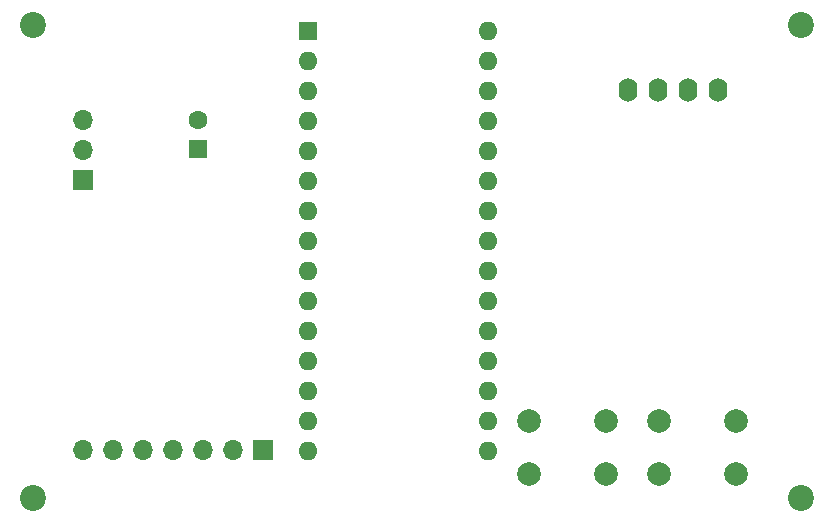
<source format=gbr>
%TF.GenerationSoftware,KiCad,Pcbnew,9.0.4-9.0.4-0~ubuntu22.04.1*%
%TF.CreationDate,2025-11-01T21:49:49+01:00*%
%TF.ProjectId,AutomatedBlinds,4175746f-6d61-4746-9564-426c696e6473,rev?*%
%TF.SameCoordinates,Original*%
%TF.FileFunction,Soldermask,Top*%
%TF.FilePolarity,Negative*%
%FSLAX46Y46*%
G04 Gerber Fmt 4.6, Leading zero omitted, Abs format (unit mm)*
G04 Created by KiCad (PCBNEW 9.0.4-9.0.4-0~ubuntu22.04.1) date 2025-11-01 21:49:49*
%MOMM*%
%LPD*%
G01*
G04 APERTURE LIST*
%ADD10O,1.600000X1.600000*%
%ADD11R,1.600000X1.600000*%
%ADD12C,2.200000*%
%ADD13O,1.700000X1.700000*%
%ADD14R,1.700000X1.700000*%
%ADD15C,2.000000*%
%ADD16C,1.600000*%
%ADD17O,1.600000X2.000000*%
G04 APERTURE END LIST*
D10*
%TO.C,A1*%
X158500000Y-72460000D03*
X158500000Y-75000000D03*
X158500000Y-77540000D03*
X158500000Y-80080000D03*
X158500000Y-82620000D03*
X158500000Y-85160000D03*
X158500000Y-87700000D03*
X158500000Y-90240000D03*
X158500000Y-92780000D03*
X158500000Y-95320000D03*
X158500000Y-97860000D03*
X158500000Y-100400000D03*
X158500000Y-102940000D03*
X158500000Y-105480000D03*
X158500000Y-108020000D03*
X143260000Y-108020000D03*
X143260000Y-105480000D03*
X143260000Y-102940000D03*
X143260000Y-100400000D03*
X143260000Y-97860000D03*
X143260000Y-95320000D03*
X143260000Y-92780000D03*
X143260000Y-90240000D03*
X143260000Y-87700000D03*
X143260000Y-85160000D03*
X143260000Y-82620000D03*
X143260000Y-80080000D03*
X143260000Y-77540000D03*
X143260000Y-75000000D03*
D11*
X143260000Y-72460000D03*
%TD*%
D12*
%TO.C,H4*%
X120000000Y-112000000D03*
%TD*%
%TO.C,H3*%
X185000000Y-112000000D03*
%TD*%
%TO.C,H2*%
X185000000Y-72000000D03*
%TD*%
%TO.C,H1*%
X120000000Y-72000000D03*
%TD*%
D13*
%TO.C,J4*%
X124260000Y-108000000D03*
X126800000Y-108000000D03*
X129340000Y-108000000D03*
X131880000Y-108000000D03*
X134420000Y-108000000D03*
X136960000Y-108000000D03*
D14*
X139500000Y-108000000D03*
%TD*%
D15*
%TO.C,SW2*%
X168500000Y-110000000D03*
X162000000Y-110000000D03*
X162000000Y-105500000D03*
X168500000Y-105500000D03*
%TD*%
%TO.C,SW1*%
X179500000Y-110000000D03*
X173000000Y-110000000D03*
X173000000Y-105500000D03*
X179500000Y-105500000D03*
%TD*%
D11*
%TO.C,C1*%
X134000000Y-82500000D03*
D16*
X134000000Y-80000000D03*
%TD*%
D17*
%TO.C,Brd1*%
X178000000Y-77500000D03*
X175460000Y-77500000D03*
X170380000Y-77500000D03*
X172920000Y-77500000D03*
%TD*%
D14*
%TO.C,J2*%
X124220529Y-85151150D03*
D13*
X124220529Y-82611150D03*
X124220529Y-80071150D03*
%TD*%
M02*

</source>
